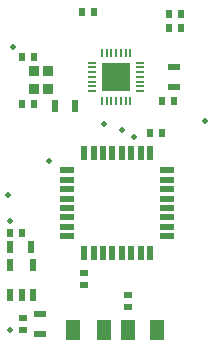
<source format=gbr>
%FSTAX23Y23*%
%MOIN*%
%SFA1B1*%

%IPPOS*%
%ADD10R,0.023622X0.027559*%
%ADD11R,0.019685X0.039370*%
%ADD12R,0.039370X0.019685*%
%ADD13R,0.047244X0.019685*%
%ADD14R,0.019685X0.047244*%
%ADD15R,0.094488X0.094488*%
%ADD16R,0.007874X0.027559*%
%ADD17R,0.027559X0.007874*%
%ADD18R,0.035433X0.037401*%
%ADD19C,0.019685*%
%ADD20R,0.051181X0.066929*%
%ADD21R,0.027559X0.023622*%
%ADD22R,0.023622X0.043307*%
%LNwol_pcb_paste_top-1*%
%LPD*%
G54D10*
X00118Y00933D03*
X00078D03*
X00568Y01232D03*
X00608D03*
X00318Y0124D03*
X00279D03*
X00608Y01185D03*
X00568D03*
X00586Y00944D03*
X00547D03*
X00078Y0109D03*
X00118D03*
X00547Y00838D03*
X00507D03*
X0008Y00503D03*
X00041D03*
G54D11*
X00257Y00925D03*
X0019D03*
X00041Y00456D03*
X00108D03*
G54D12*
X00586Y01057D03*
Y0099D03*
X00141Y00167D03*
Y00234D03*
G54D13*
X00564Y00618D03*
Y00649D03*
Y00681D03*
Y00712D03*
Y00586D03*
Y00555D03*
Y00523D03*
Y00492D03*
X0023Y00586D03*
Y00555D03*
Y00523D03*
Y00492D03*
Y00618D03*
Y00649D03*
Y00681D03*
Y00712D03*
G54D14*
X00413Y00435D03*
X00444D03*
X00476D03*
X00507D03*
X00381D03*
X0035D03*
X00318D03*
X00287D03*
X00381Y00769D03*
X0035D03*
X00318D03*
X00287D03*
X00413D03*
X00444D03*
X00476D03*
X00507D03*
G54D15*
X00393Y01023D03*
G54D16*
X00393Y01102D03*
X00409D03*
X00425D03*
X0044D03*
X00377D03*
X00362D03*
X00346D03*
X00393Y00944D03*
X00377D03*
X00362D03*
X00346D03*
X00409D03*
X00425D03*
X0044D03*
G54D17*
X00314Y01023D03*
Y01039D03*
Y01055D03*
Y0107D03*
Y01007D03*
Y00992D03*
Y00976D03*
X00472Y01023D03*
Y01007D03*
Y00992D03*
Y00976D03*
Y01039D03*
Y01055D03*
Y0107D03*
G54D18*
X00118Y01044D03*
X00165Y00983D03*
Y01044D03*
X00118Y00983D03*
G54D19*
X00452Y00822D03*
X00413Y00846D03*
X00354Y00866D03*
X00169Y00744D03*
X00051Y01122D03*
X00033Y00631D03*
X00688Y00877D03*
X00041Y00543D03*
Y00181D03*
G54D20*
X00251Y00181D03*
X00354D03*
X00433D03*
X00531D03*
G54D21*
X00433Y00295D03*
Y00255D03*
X00287Y0033D03*
Y0037D03*
X00084Y0022D03*
Y00181D03*
G54D22*
X00078Y00295D03*
X00041Y00397D03*
X00116D03*
Y00295D03*
X00041D03*
M02*
</source>
